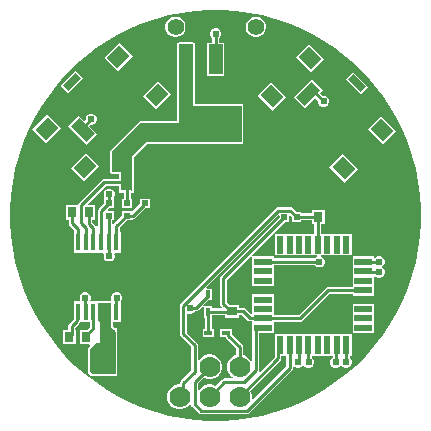
<source format=gbl>
%FSTAX23Y23*%
%MOIN*%
%SFA1B1*%

%IPPOS*%
%AMD50*
4,1,4,-0.040300,0.012600,0.012600,-0.040300,0.040300,-0.012600,-0.012600,0.040300,-0.040300,0.012600,0.0*
%
%AMD51*
4,1,4,-0.002800,-0.038900,0.038900,0.002800,0.002800,0.038900,-0.038900,-0.002800,-0.002800,-0.038900,0.0*
%
%AMD52*
4,1,4,-0.012500,-0.029200,0.029200,0.012500,0.012500,0.029200,-0.029200,-0.012500,-0.012500,-0.029200,0.0*
%
%AMD53*
4,1,4,0.012600,0.040300,-0.040300,-0.012600,-0.012600,-0.040300,0.040300,0.012600,0.012600,0.040300,0.0*
%
%AMD54*
4,1,4,-0.038900,0.002800,0.002800,-0.038900,0.038900,-0.002800,-0.002800,0.038900,-0.038900,0.002800,0.0*
%
%AMD55*
4,1,4,-0.029200,0.012500,0.012500,-0.029200,0.029200,-0.012500,-0.012500,0.029200,-0.029200,0.012500,0.0*
%
%ADD36C,0.010000*%
%ADD37C,0.055120*%
%ADD38C,0.024000*%
%ADD39C,0.070000*%
%ADD40R,0.037010X0.029530*%
%ADD41R,0.025200X0.016540*%
%ADD42R,0.016540X0.025200*%
%ADD43R,0.018700X0.019680*%
%ADD44R,0.029530X0.037010*%
%ADD45R,0.059060X0.023620*%
%ADD46R,0.023620X0.059060*%
%ADD47R,0.133070X0.094490*%
%ADD48R,0.017720X0.058070*%
%ADD49R,0.047240X0.098430*%
G04~CAMADD=50~9~0.0~0.0~748.0~393.7~0.0~0.0~0~0.0~0.0~0.0~0.0~0~0.0~0.0~0.0~0.0~0~0.0~0.0~0.0~135.0~806.0~805.0*
%ADD50D50*%
G04~CAMADD=51~9~0.0~0.0~590.6~511.8~0.0~0.0~0~0.0~0.0~0.0~0.0~0~0.0~0.0~0.0~0.0~0~0.0~0.0~0.0~225.0~778.0~777.0*
%ADD51D51*%
G04~CAMADD=52~9~0.0~0.0~590.6~236.2~0.0~0.0~0~0.0~0.0~0.0~0.0~0~0.0~0.0~0.0~0.0~0~0.0~0.0~0.0~225.0~584.0~583.0*
%ADD52D52*%
G04~CAMADD=53~9~0.0~0.0~748.0~393.7~0.0~0.0~0~0.0~0.0~0.0~0.0~0~0.0~0.0~0.0~0.0~0~0.0~0.0~0.0~45.0~806.0~805.0*
%ADD53D53*%
G04~CAMADD=54~9~0.0~0.0~590.6~511.8~0.0~0.0~0~0.0~0.0~0.0~0.0~0~0.0~0.0~0.0~0.0~0~0.0~0.0~0.0~135.0~778.0~777.0*
%ADD54D54*%
G04~CAMADD=55~9~0.0~0.0~590.6~236.2~0.0~0.0~0~0.0~0.0~0.0~0.0~0~0.0~0.0~0.0~0.0~0~0.0~0.0~0.0~135.0~584.0~583.0*
%ADD55D55*%
%ADD56R,0.200000X0.120000*%
%ADD57R,0.038190X0.057870*%
%ADD58R,0.019680X0.018700*%
%LNpcb1-1*%
%LPD*%
G36*
X03167Y03381D02*
X03211Y03375D01*
X03255Y03367*
X03298Y03355*
X03341Y03341*
X03382Y03324*
X03422Y03304*
X03461Y03281*
X03499Y03256*
X03534Y03229*
X03568Y032*
X036Y03168*
X03629Y03134*
X03656Y03099*
X03681Y03061*
X03704Y03022*
X03724Y02982*
X03741Y02941*
X03755Y02898*
X03767Y02855*
X03775Y02811*
X03781Y02767*
X03784Y02722*
Y02677*
X03781Y02632*
X03775Y02588*
X03767Y02544*
X03755Y02501*
X03741Y02458*
X03724Y02417*
X03704Y02377*
X03681Y02338*
X03656Y023*
X03629Y02265*
X036Y02231*
X03568Y02199*
X03534Y0217*
X03499Y02143*
X03461Y02118*
X03422Y02095*
X03382Y02075*
X03341Y02058*
X03298Y02044*
X03255Y02032*
X03211Y02024*
X03167Y02018*
X03122Y02015*
X03077*
X03032Y02018*
X02988Y02024*
X02944Y02032*
X02901Y02044*
X02858Y02058*
X02817Y02075*
X02777Y02095*
X02738Y02118*
X027Y02143*
X02665Y0217*
X02631Y02199*
X02599Y02231*
X0257Y02265*
X02543Y023*
X02518Y02338*
X02495Y02377*
X02475Y02417*
X02458Y02458*
X02444Y02501*
X02432Y02544*
X02424Y02588*
X02418Y02632*
X02415Y02677*
Y02722*
X02418Y02767*
X02424Y02811*
X02432Y02855*
X02444Y02898*
X02458Y02941*
X02475Y02982*
X02495Y03022*
X02518Y03061*
X02543Y03099*
X0257Y03134*
X02599Y03168*
X02631Y032*
X02665Y03229*
X027Y03256*
X02738Y03281*
X02777Y03304*
X02817Y03324*
X02858Y03341*
X02901Y03355*
X02944Y03367*
X02988Y03375*
X03032Y03381*
X03077Y03384*
X03122*
X03167Y03381*
G37*
%LNpcb1-2*%
%LPC*%
G36*
X03238Y03362D02*
X03229D01*
X0322Y0336*
X03213Y03355*
X03207Y03349*
X03202Y03341*
X032Y03333*
Y03324*
X03202Y03315*
X03207Y03308*
X03213Y03302*
X0322Y03297*
X03229Y03295*
X03238*
X03246Y03297*
X03254Y03302*
X0326Y03308*
X03265Y03315*
X03267Y03324*
Y03333*
X03265Y03341*
X0326Y03349*
X03254Y03355*
X03246Y0336*
X03238Y03362*
G37*
G36*
X0297D02*
X02961D01*
X02953Y0336*
X02945Y03355*
X02939Y03349*
X02934Y03341*
X02932Y03333*
Y03324*
X02934Y03315*
X02939Y03308*
X02945Y03302*
X02953Y03297*
X02961Y03295*
X0297*
X02979Y03297*
X02986Y03302*
X02993Y03308*
X02997Y03315*
X02999Y03324*
Y03333*
X02997Y03341*
X02993Y03349*
X02986Y03355*
X02979Y0336*
X0297Y03362*
G37*
G36*
X02778Y03275D02*
X02728Y03225D01*
X02773Y03181*
X02823Y03231*
X02778Y03275*
G37*
G36*
X03412Y03272D02*
X03367Y03227D01*
X03418Y03177*
X03462Y03222*
X03412Y03272*
G37*
G36*
X03103Y03323D02*
X03096D01*
X03089Y0332*
X03084Y03315*
X03082Y03308*
Y03301*
X03084Y03294*
X03088Y0329*
Y03275*
X0307*
Y03165*
X03129*
Y03275*
X03111*
Y0329*
X03115Y03294*
X03118Y03301*
Y03308*
X03115Y03315*
X0311Y0332*
X03103Y03323*
G37*
G36*
X02632Y03182D02*
X02582Y03132D01*
X02607Y03107*
X02657Y03157*
X02632Y03182*
G37*
G36*
X03558Y03179D02*
X03533Y03153D01*
X03583Y03103*
X03609Y03128*
X03558Y03179*
G37*
G36*
X03422Y03153D02*
X0336Y03092D01*
X03397Y03056*
X03432Y03091*
X03442Y03082*
Y03076*
X03444Y03069*
X03449Y03064*
X03456Y03062*
X03463*
X0347Y03064*
X03475Y03069*
X03478Y03076*
Y03083*
X03475Y0309*
X0347Y03095*
X03463Y03098*
X03457*
X03448Y03107*
X03458Y03117*
X03422Y03153*
G37*
G36*
X02906Y03147D02*
X02856Y03097D01*
X02901Y03053*
X02951Y03103*
X02906Y03147*
G37*
G36*
X03284Y03144D02*
X03239Y03099D01*
X0329Y03049*
X03334Y03093*
X03284Y03144*
G37*
G36*
X02688Y03038D02*
X02681D01*
X02674Y03035*
X02669Y0303*
X02667Y03023*
Y03017*
X02662Y03013*
X02643Y03032*
X02607Y02996*
X02668Y02934*
X02705Y02971*
X02678Y02997*
X02682Y03002*
X02688*
X02695Y03004*
X027Y03009*
X02703Y03016*
Y03023*
X027Y0303*
X02695Y03035*
X02688Y03038*
G37*
G36*
X02539Y03036D02*
X02489Y02986D01*
X02533Y02941*
X02583Y02991*
X02539Y03036*
G37*
G36*
X03652Y03032D02*
X03607Y02988D01*
X03657Y02937*
X03702Y02982*
X03652Y03032*
G37*
G36*
X03025Y03276D02*
X02977D01*
X02976Y03275*
X02971*
Y03271*
X02971Y03269*
Y03014*
X02848*
X02843Y03012*
X0275Y02919*
X02748Y02915*
Y02845*
X0275Y0284*
X02755Y02838*
X02776*
Y02821*
X02728*
Y02821*
X02724Y0282*
X0272Y02817*
X02643Y0274*
X02641Y02737*
X0264Y02734*
X02601*
Y02685*
X02611*
Y02673*
X02612Y02668*
X02614Y02665*
X02629Y0265*
X02628Y02645*
X02626*
Y02575*
X02724*
X02727Y0257*
X02727Y02568*
Y02561*
X02729Y02554*
X02734Y02549*
X02741Y02547*
X02748*
X02755Y02549*
X0276Y02554*
X02763Y02561*
Y02568*
X02762Y0257*
X02765Y02575*
X02784*
Y02645*
X0278*
Y0266*
X02805Y02684*
X0282*
Y02685*
X02824Y02688*
X02829Y02689*
X02832Y02691*
X02865Y02724*
X0288*
Y02755*
X02849*
Y0274*
X02825Y02716*
X0282Y02715*
X02789*
Y027*
X02761Y02672*
X0276Y02671*
X02755Y02672*
Y02684*
X0276*
Y02715*
X02741*
X0274Y02719*
X02745Y02724*
X0276*
Y02755*
X0276Y0276*
X02763Y02766*
Y02773*
X0276Y0278*
X02755Y02785*
X02748Y02788*
X02741*
X02734Y02785*
X02729Y0278*
X02727Y02773*
Y02766*
X02729Y0276*
X02729Y02755*
Y0274*
X0271Y02721*
X02707Y02718*
X02706Y02713*
Y02663*
X02701Y02661*
X027Y02664*
X02688Y02675*
Y02685*
X02698*
Y02734*
X02675*
X02673Y02739*
X02733Y02798*
X02777*
Y02775*
X02793*
Y02755*
X02789*
Y02724*
X0282*
Y02755*
X02816*
Y02774*
X02821*
X02822Y02775*
X02827*
Y02779*
X02827Y02781*
Y02893*
X02872Y02938*
X03031*
X03033Y02939*
X03192*
Y03071*
X03031*
Y03269*
X03031Y03271*
Y03275*
X03026*
X03025Y03276*
G37*
G36*
X02667Y02908D02*
X02617Y02858D01*
X02661Y02813*
X02712Y02863*
X02667Y02908*
G37*
G36*
X03523Y02904D02*
X03479Y0286D01*
X03529Y02809*
X03574Y02854*
X03523Y02904*
G37*
G36*
X03349Y02727D02*
D01*
X03308*
X03304Y02726*
X033Y02723*
X02984Y02407*
X02981Y02403*
X0298Y02399*
Y02304*
X02981Y023*
X02984Y02296*
X03018Y02262*
Y02184*
X02983Y02149*
X02981Y02145*
X0298Y02141*
Y02136*
X02974*
X02964Y02133*
X02954Y02127*
X02947Y0212*
X02941Y0211*
X02939Y021*
Y02089*
X02941Y02079*
X02947Y02069*
X02954Y02062*
X02964Y02056*
X02974Y02054*
X02985*
X02995Y02056*
X03005Y02062*
X03012Y02069*
X03013Y02071*
X03018Y0207*
Y0207*
X03019Y02065*
X03022Y02062*
X03043Y02041*
X03046Y02038*
X03051Y02037*
X03204*
X03208Y02038*
X03211Y02041*
X03354Y02183*
X03356Y02186*
X03357Y02191*
Y02195*
X03362Y02197*
X03364Y02194*
X03371Y02192*
X03378*
X03385Y02194*
X03389Y02199*
X03392Y02199*
X03395Y02199*
X03399Y02194*
X03406Y02192*
X03413*
X0342Y02194*
X03425Y02199*
X03428Y02206*
Y02213*
X03425Y0222*
X0342Y02224*
Y02232*
X0349*
Y02225*
X03489Y02225*
X03484Y0222*
X03482Y02213*
Y02206*
X03484Y02199*
X03489Y02194*
X03496Y02192*
X03503*
X0351Y02194*
X03514Y02199*
X03517Y02199*
X0352Y02199*
X03524Y02194*
X03531Y02192*
X03538*
X03545Y02194*
X0355Y02199*
X03553Y02206*
Y02213*
X0355Y0222*
X03546Y02224*
Y02232*
X03553*
Y02303*
X03296*
Y02261*
X03296Y02261*
Y02227*
X03248Y02179*
X03244Y02182*
X03244Y02183*
Y02306*
X03293*
Y02345*
X03381*
X03385Y02345*
X03389Y02348*
X0348Y02439*
X03556*
Y02432*
X03627*
Y02464*
Y02494*
X0363Y02496*
X03632Y02496*
X03634Y02494*
X03641Y02492*
X03648*
X03655Y02494*
X0366Y02499*
X03663Y02506*
Y02513*
X0366Y0252*
X03655Y02524*
X03655Y02527*
X03655Y0253*
X0366Y02534*
X03663Y02541*
Y02548*
X0366Y02555*
X03655Y0256*
X03648Y02563*
X03641*
X03634Y0256*
X03632Y02558*
X03627Y0256*
Y02563*
X03556*
Y02527*
Y02495*
Y02461*
X03475*
X03471Y02461*
X03467Y02458*
X03376Y02367*
X03293*
Y02401*
Y02437*
X03222*
Y02401*
Y02371*
X03217Y02371*
X032Y02387*
X03196Y0239*
X03192Y02391*
X03179*
Y024*
X03146*
X03136Y0241*
Y02485*
X0333Y02679*
X03345*
Y02698*
X03349Y02699*
X03354Y02694*
Y02679*
X03385*
Y02683*
X03421*
Y0267*
X03429*
Y02637*
X03296*
Y02566*
X03437*
X03438Y02561*
X03434Y0256*
X0343Y02556*
X03293*
Y02563*
X03222*
Y02527*
Y02495*
Y02464*
X03293*
Y02495*
Y02533*
X0343*
X03434Y02529*
X03441Y02527*
X03448*
X03455Y02529*
X0346Y02534*
X03463Y02541*
Y02548*
X0346Y02555*
X03455Y0256*
X03451Y02561*
X03452Y02566*
X03553*
Y02637*
X03451*
Y0267*
X03463*
Y02719*
X03421*
Y02706*
X03385*
Y0271*
X0337*
X03357Y02723*
X03354Y02726*
X03349Y02727*
G37*
G36*
X02773Y02443D02*
X02766D01*
X02759Y0244*
X02754Y02435*
X02752Y02428*
Y02421*
X02752Y02419*
X02749Y02414*
X02709*
X02708Y02414*
X02685*
X02682Y02419*
X02683Y02421*
Y02428*
X0268Y02435*
X02675Y0244*
X02668Y02443*
X02661*
X02654Y0244*
X02649Y02435*
X02647Y02428*
Y02421*
X02647Y02419*
X02644Y02414*
X02626*
Y02376*
X02626Y02375*
Y02352*
X02612Y02337*
X02609Y02334*
X02608Y0233*
Y02319*
X02591*
Y0227*
X02633*
Y02319*
X02631*
Y02325*
X02645Y02339*
X02647Y02343*
X02648Y02344*
X02681*
Y02328*
X02672Y02319*
X02646*
Y0227*
X02679*
X02681Y02265*
X02675Y02259*
X02673Y02255*
Y0218*
X02675Y02175*
X02685Y02165*
X0269Y02163*
X02766*
X02771Y02165*
X02772Y0217*
Y02312*
X02772Y02313*
Y02324*
X02763*
X02759Y02329*
Y02344*
X02784*
Y02413*
X02785Y02414*
X02788Y02421*
Y02428*
X02785Y02435*
X0278Y0244*
X02773Y02443*
G37*
G36*
X03627Y02405D02*
X03556D01*
Y02369*
Y02338*
Y02306*
X03627*
Y02338*
Y02369*
Y02405*
G37*
%LNpcb1-3*%
%LPD*%
G36*
X03025Y03008D02*
X03032D01*
Y02945*
X03031Y02945*
X0287*
X02821Y02896*
Y02781*
X02816*
Y02807*
X02815Y02811*
X02813Y02814*
Y02819*
X02812Y02824*
X0281Y02827*
X02806Y0283*
X02802Y02831*
X02798Y0283*
X02794Y02827*
X02791Y02824*
X02791Y02821*
X02783*
Y02845*
X02755*
Y02915*
X02848Y03008*
X02977*
Y03269*
X03025*
Y03008*
G37*
G36*
X03313Y02698D02*
X03313Y02694D01*
X03117Y02498*
X03115Y02494*
X03114Y0249*
Y02405*
X03115Y02401*
X03117Y02397*
X0312Y02394*
X03118Y0239*
X03089*
Y02396*
X03062*
X03059Y024*
X03076Y02418*
X03089*
Y02455*
X0307*
X03068Y0246*
X03308Y027*
X03313Y02698*
G37*
G36*
X0306Y02395D02*
Y02359D01*
X03064*
Y02321*
X03056*
Y02293*
X03094*
Y02321*
X03086*
Y02359*
X03089*
Y02367*
X0313*
Y02359*
X03179*
Y02368*
X03187*
X03205Y02351*
X03208Y02348*
X03213Y02348*
X03222*
Y02319*
X03221Y02317*
Y02214*
X03216Y02213*
X03212Y0222*
X03205Y02227*
X03195Y02233*
X03191Y02234*
Y02262*
X0319Y02266*
X03187Y0227*
X03153Y02304*
X03153Y02305*
Y02321*
X03115*
Y02293*
X03133*
X03134Y02292*
X03168Y02257*
Y02234*
X03164Y02233*
X03154Y02227*
X03147Y0222*
X03141Y0221*
X03139Y022*
Y02189*
X03141Y02179*
X03147Y02169*
X03154Y02162*
X03156Y02161*
X03155Y02156*
X03129*
X03125Y02155*
X03121Y02152*
X03099Y0213*
X03095Y02133*
X03085Y02136*
X03074*
X03064Y02133*
X03054Y02127*
X03047Y0212*
X03046Y02118*
X03041Y02119*
Y0214*
X0306Y02159*
X03064Y02156*
X03074Y02154*
X03085*
X03095Y02156*
X03105Y02162*
X03112Y02169*
X03118Y02179*
X03121Y02189*
Y022*
X03118Y0221*
X03112Y0222*
X03105Y02227*
X03095Y02233*
X03085Y02236*
X03074*
X03064Y02233*
X03054Y02227*
X03047Y0222*
X03046Y02218*
X03041Y02219*
Y02266*
X03041*
X0304Y02271*
X03037Y02274*
X03003Y02309*
Y02369*
X03008Y02373*
X03011Y02372*
X03018*
X03025Y02374*
X0303Y02379*
X0303Y02381*
X03035*
X03039Y02382*
X03043Y02384*
X03056Y02398*
X0306Y02395*
G37*
G36*
X03335Y02195D02*
X03225Y02086D01*
X0322Y02088*
X03221Y02089*
Y021*
X03218Y0211*
X03215Y02114*
X03316Y02215*
X03318Y02218*
X03319Y02223*
Y02232*
X03335*
Y02195*
G37*
G36*
X02752Y02326D02*
X02766Y02312D01*
Y0217*
X0269*
X0268Y0218*
Y02255*
X027Y02275*
X02715*
Y02344*
X02709Y0235*
Y02408*
X02752*
Y02326*
G37*
G54D36*
X03442Y02695D02*
D01*
X03442Y02694*
X03442Y02694*
X03442Y02694*
X03441Y02694*
X03441Y02694*
X03441Y02694*
X03441Y02694*
X03441Y02694*
X03441Y02694*
X03441Y02694*
X03441Y02694*
X03441Y02694*
X03441Y02694*
X03441Y02694*
X0344Y02694*
X0344Y02694*
X0344Y02693*
X0344Y02693*
X0344Y02693*
X0344Y02693*
X0344Y02693*
X0344Y02693*
X0344Y02693*
X02769Y02379D02*
X02769Y02379D01*
Y02424*
X0277Y02425*
X03346Y02191D02*
Y02267D01*
X03051Y02049D02*
X03204D01*
X03346Y02191*
X0303Y0207D02*
X03051Y02049D01*
X0303Y0207D02*
Y02145D01*
X0308Y02195*
X02991Y02141D02*
X0303Y02179D01*
X02992Y02304D02*
X0303Y02266D01*
Y02179D02*
Y02266D01*
X03592Y02419D02*
X03594Y0242D01*
X02596Y0262D02*
X02599Y02618D01*
X02787Y03081D02*
Y03102D01*
X02775Y03115D02*
X02787Y03102D01*
X02622Y02673D02*
X0264Y02654D01*
X02622Y02673D02*
Y0271D01*
X02745Y0274D02*
Y0277D01*
X02665Y0238D02*
X02666Y02379D01*
X02665Y0238D02*
Y02424D01*
X02665Y02425D02*
X02665Y02424D01*
X03056Y03005D02*
X03086D01*
X03001Y0306D02*
X03056Y03005D01*
X031Y0322D02*
Y03305D01*
X03424Y03115D02*
X03424D01*
X0346Y0308*
X02649Y02989D02*
X02654D01*
X02685Y0302*
X02806Y02205D02*
X02816Y02195D01*
X02743Y0261D02*
X02744Y0261D01*
Y02565D02*
X02745Y02565D01*
X02744Y02565D02*
Y0261D01*
X03592Y02545D02*
X03592Y02545D01*
X03644*
X03645Y02545*
X03592Y02513D02*
X03594Y02511D01*
X03643*
X03645Y0251*
X0355Y02989D02*
D01*
X02667Y02298D02*
X02692Y02323D01*
Y02379*
X03257Y02545D02*
X03257Y02545D01*
X03444*
X03445Y02545*
X03497Y02695D02*
Y02698D01*
X03257Y0245D02*
X03258Y0245D01*
X03429*
X0343Y0245*
X03257Y02356D02*
X03381D01*
X03475Y0245*
X03592*
X02744Y02698D02*
Y02699D01*
Y02611D02*
Y02698D01*
X02802Y0281D02*
Y02819D01*
X02637Y02347D02*
Y02375D01*
X0262Y0233D02*
X02637Y02347D01*
Y02375D02*
X02641Y02379D01*
X0262Y02302D02*
Y0233D01*
X02612Y02295D02*
X0262Y02302D01*
X0337Y02695D02*
X03442D01*
X0298Y02095D02*
X02991Y02106D01*
X02992Y02399D02*
X03308Y02715D01*
X02992Y02304D02*
Y02399D01*
X03349Y02715D02*
X0337Y02695D01*
X03308Y02715D02*
X03349D01*
X0337Y02695D02*
Y02695D01*
X02991Y02106D02*
Y02141D01*
X0344Y02602D02*
Y02693D01*
X03125Y0249D02*
X03329Y02694D01*
X03125Y02405D02*
Y0249D01*
X03329Y02694D02*
Y02695D01*
X03125Y02405D02*
X03151Y0238D01*
X03155*
X03233Y02183D02*
Y02317D01*
X03194Y02144D02*
X03233Y02183D01*
X03129Y02144D02*
X03194D01*
X0308Y02095D02*
X03129Y02144D01*
X03308Y02223D02*
Y02261D01*
X0318Y02095D02*
X03308Y02223D01*
X02744Y02698D02*
X02744Y02699D01*
X02769Y02664D02*
X02804Y02699D01*
X02805D02*
X02824D01*
X02769Y0261D02*
Y02664D01*
X02804Y02699D02*
X02805D01*
X02744Y02699D02*
X02744D01*
X02667Y02295D02*
Y02298D01*
X03433Y02609D02*
X0344Y02602D01*
X03151Y02435D02*
X03155D01*
X03075Y02432D02*
Y02436D01*
X03035Y02392D02*
X03075Y02432D01*
X03017Y02392D02*
X03035D01*
X03015Y0239D02*
X03017Y02392D01*
X03073Y02438D02*
X03075Y02436D01*
X03376Y02266D02*
X03377Y02267D01*
X03376Y02211D02*
Y02266D01*
X03375Y0221D02*
X03376Y02211D01*
X03409Y02267D02*
X03409Y02267D01*
Y0221D02*
Y02267D01*
Y0221D02*
X0341Y0221D01*
X03501Y02265D02*
X03503Y02267D01*
X03501Y02211D02*
Y02265D01*
X035Y0221D02*
X03501Y02211D01*
X03535Y02267D02*
X03535Y02267D01*
X03535Y0221D02*
Y02267D01*
X03535Y0221D02*
X03535Y0221D01*
X02718Y02713D02*
X02744Y0274D01*
X02718Y0261D02*
Y02713D01*
X02744Y0274D02*
X02745D01*
X02728Y0281D02*
X02802D01*
X02651Y02733D02*
X02728Y0281D01*
X02651Y02674D02*
Y02733D01*
Y02674D02*
X02666Y02659D01*
Y0261D02*
Y02659D01*
X0264Y02611D02*
Y02654D01*
Y02611D02*
X02641Y0261D01*
X02865Y02675D02*
Y02699D01*
X02824Y02634D02*
X02865Y02675D01*
X02824Y02634D02*
D01*
X0282Y0263D02*
X02824Y02634D01*
X02805Y0274D02*
Y02807D01*
X02802Y0281D02*
X02805Y02807D01*
X02824Y02699D02*
X0286Y02735D01*
Y02735*
X02864Y0274*
X02865*
X02677Y02671D02*
Y0271D01*
Y02671D02*
X02692Y02656D01*
Y0261D02*
Y02656D01*
X03075Y02307D02*
Y02377D01*
Y02307D02*
X03075Y02307D01*
X03075Y02377D02*
X03076Y02378D01*
X03155Y02435D02*
X03196D01*
X03308Y02261D02*
X03314Y02267D01*
X03134Y02307D02*
X03138D01*
X03142Y02304*
Y02299D02*
Y02304D01*
Y02299D02*
X0318Y02262D01*
Y02195D02*
Y02262D01*
X03239Y02324D02*
X03257D01*
X03233Y02317D02*
X03239Y02324D01*
X03155Y0238D02*
X03192D01*
X03213Y02359*
X03254*
X03257Y02356*
X03076Y02378D02*
X03153D01*
X03155Y0238*
X03196Y02435D02*
X03212Y0245D01*
X03257*
G54D37*
X02966Y03328D03*
X03233D03*
G54D38*
X0277Y02425D03*
X0278Y0288D03*
X031Y03305D03*
X0346Y0308D03*
X02685Y0302D03*
X02745Y02565D03*
X02665Y02425D03*
X03645Y02545D03*
Y0251D03*
X027Y0225D03*
Y0222D03*
Y0219D03*
X03445Y02545D03*
X03135Y02865D03*
X03015Y0239D03*
X02745Y0277D03*
X0343Y0245D03*
X03Y0287D03*
X0331Y0291D03*
X02875Y029D03*
X03535Y0221D03*
X03375D03*
X035D03*
X0341D03*
G54D39*
X0298Y02095D03*
X0318D03*
X0308D03*
X0298Y02195D03*
X0318D03*
X0308D03*
G54D40*
X03155Y02435D03*
Y0238D03*
G54D41*
X03075Y02307D03*
X03134D03*
G54D42*
X03075Y02377D03*
Y02436D03*
G54D43*
X03329Y02695D03*
X0337D03*
G54D44*
X03442Y02695D03*
X03497D03*
X02667Y02295D03*
X02612D03*
X02677Y0271D03*
X02622D03*
G54D45*
X03592Y02545D03*
Y02513D03*
Y02482D03*
Y0245D03*
Y02419D03*
Y02387D03*
Y02356D03*
Y02324D03*
X03257D03*
Y02356D03*
Y02387D03*
Y02419D03*
Y0245D03*
Y02482D03*
Y02513D03*
Y02545D03*
G54D46*
X03535Y02267D03*
X03503D03*
X03472D03*
X0344D03*
X03409D03*
X03377D03*
X03346D03*
X03314D03*
Y02602D03*
X03346D03*
X03377D03*
X03409D03*
X0344D03*
X03472D03*
X03503D03*
X03535D03*
G54D47*
X02705Y02495D03*
G54D48*
X0282Y0261D03*
X02794D03*
X02769D03*
X02743D03*
X02718D03*
X02692D03*
X02666D03*
X02641D03*
X02615D03*
X0259D03*
Y02379D03*
X02615D03*
X02641D03*
X02666D03*
X02692D03*
X02718D03*
X02743D03*
X02769D03*
X02794D03*
X0282D03*
G54D49*
X03001Y0322D03*
X031D03*
X03198D03*
G54D50*
X02656Y02983D03*
X02781Y03108D03*
G54D51*
X02536Y02989D03*
X02664Y02861D03*
X02903Y031D03*
X02775Y03228D03*
G54D52*
X0262Y03145D03*
G54D53*
X03409Y03105D03*
X03535Y02979D03*
G54D54*
X03415Y03224D03*
X03287Y03096D03*
X03526Y02857D03*
X03654Y02985D03*
G54D55*
X03571Y03141D03*
G54D56*
X03086Y03005D03*
X03087Y02755D03*
G54D57*
X02812Y02205D03*
X02747D03*
X02812Y0229D03*
X02747D03*
X02867Y0281D03*
X02802D03*
G54D58*
X02865Y0274D03*
Y02699D03*
X02805Y0274D03*
Y02699D03*
X02745Y0274D03*
Y02699D03*
M02*
</source>
